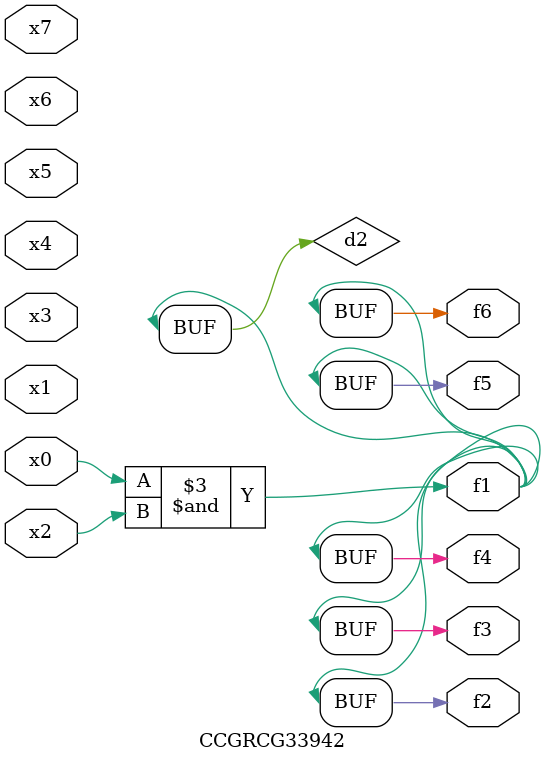
<source format=v>
module CCGRCG33942(
	input x0, x1, x2, x3, x4, x5, x6, x7,
	output f1, f2, f3, f4, f5, f6
);

	wire d1, d2;

	nor (d1, x3, x6);
	and (d2, x0, x2);
	assign f1 = d2;
	assign f2 = d2;
	assign f3 = d2;
	assign f4 = d2;
	assign f5 = d2;
	assign f6 = d2;
endmodule

</source>
